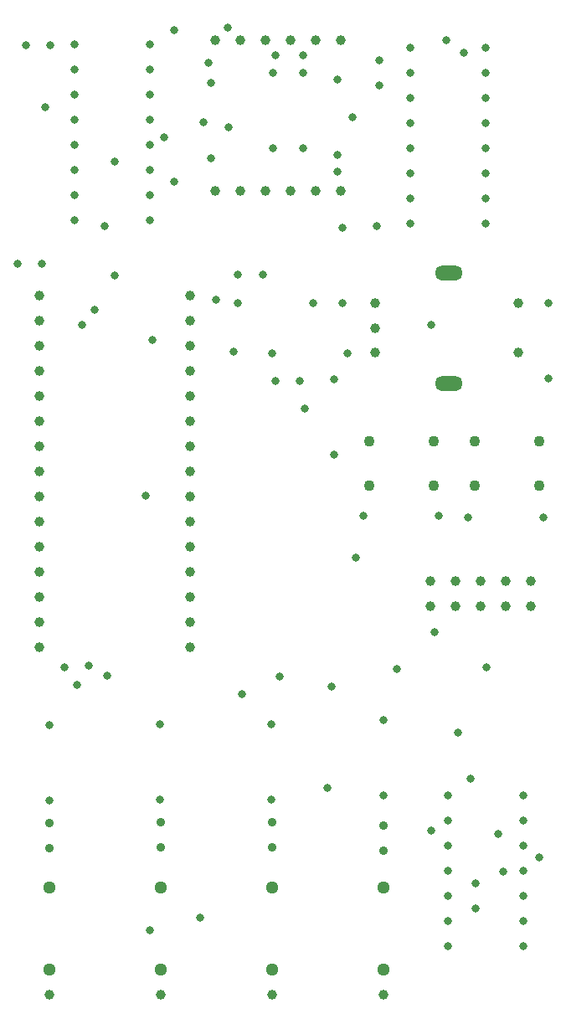
<source format=gbr>
%TF.GenerationSoftware,KiCad,Pcbnew,(6.0.1)*%
%TF.CreationDate,2022-12-13T14:11:31+02:00*%
%TF.ProjectId,ArduinoClockModule,41726475-696e-46f4-936c-6f636b4d6f64,rev?*%
%TF.SameCoordinates,Original*%
%TF.FileFunction,Plated,1,2,PTH,Mixed*%
%TF.FilePolarity,Positive*%
%FSLAX46Y46*%
G04 Gerber Fmt 4.6, Leading zero omitted, Abs format (unit mm)*
G04 Created by KiCad (PCBNEW (6.0.1)) date 2022-12-13 14:11:31*
%MOMM*%
%LPD*%
G01*
G04 APERTURE LIST*
%TA.AperFunction,ViaDrill*%
%ADD10C,0.800000*%
%TD*%
%TA.AperFunction,ComponentDrill*%
%ADD11C,0.800000*%
%TD*%
%TA.AperFunction,ComponentDrill*%
%ADD12C,0.900000*%
%TD*%
%TA.AperFunction,ComponentDrill*%
%ADD13C,1.000000*%
%TD*%
%TA.AperFunction,ComponentDrill*%
%ADD14C,1.100000*%
%TD*%
G04 aperture for slot hole*
%TA.AperFunction,ComponentDrill*%
%ADD15O,1.300000X1.300000*%
%TD*%
G04 aperture for slot hole*
%TA.AperFunction,ComponentDrill*%
%ADD16O,2.800000X1.500000*%
%TD*%
G04 APERTURE END LIST*
D10*
X25500000Y-30000000D03*
X27425500Y-86614000D03*
X28650000Y-88400000D03*
X29212967Y-52005846D03*
X29900000Y-86450000D03*
X30475500Y-50500000D03*
X31500000Y-42000000D03*
X31750000Y-87500000D03*
X32500000Y-35500000D03*
X32500000Y-47000000D03*
X35600000Y-69300000D03*
X36000000Y-113250000D03*
X36300000Y-53500000D03*
X37500000Y-33000000D03*
X38471774Y-22174500D03*
X38500000Y-37500000D03*
X41150000Y-111950000D03*
X41500000Y-31500000D03*
X42000000Y-25500000D03*
X42750000Y-49450000D03*
X43942000Y-21971000D03*
X44000000Y-32000000D03*
X44550000Y-54750000D03*
X45350000Y-89300000D03*
X48750000Y-24750000D03*
X49200000Y-87550000D03*
X51500000Y-24750000D03*
X51700000Y-60450000D03*
X54000000Y-98800000D03*
X54400000Y-88600000D03*
X55000000Y-36500000D03*
X56500000Y-31000000D03*
X56850000Y-75500000D03*
X59000000Y-42000000D03*
X61000000Y-86800000D03*
X64500000Y-52000000D03*
X64500000Y-103100000D03*
X64800000Y-83100000D03*
X66000000Y-23250000D03*
X67200000Y-93200000D03*
X67814856Y-24521619D03*
X68450000Y-97850000D03*
X70100000Y-86600000D03*
X71300000Y-103450000D03*
X71750000Y-107250000D03*
X75450000Y-105850000D03*
D11*
%TO.C,C3*%
X22650000Y-45800000D03*
%TO.C,C4*%
X23500000Y-23750000D03*
%TO.C,C3*%
X25150000Y-45800000D03*
%TO.C,R4*%
X25908000Y-92456000D03*
X25908000Y-100076000D03*
%TO.C,C4*%
X26000000Y-23750000D03*
%TO.C,U4*%
X28380000Y-23637000D03*
X28380000Y-26177000D03*
X28380000Y-28717000D03*
X28380000Y-31257000D03*
X28380000Y-33797000D03*
X28380000Y-36337000D03*
X28380000Y-38877000D03*
X28380000Y-41417000D03*
X36000000Y-23637000D03*
X36000000Y-26177000D03*
X36000000Y-28717000D03*
X36000000Y-31257000D03*
X36000000Y-33797000D03*
X36000000Y-36337000D03*
X36000000Y-38877000D03*
X36000000Y-41417000D03*
%TO.C,R1*%
X37100000Y-92400000D03*
X37100000Y-100020000D03*
%TO.C,R16*%
X42190000Y-27500000D03*
X42190000Y-35120000D03*
%TO.C,R9*%
X44940000Y-49800000D03*
%TO.C,C1*%
X44950000Y-46950000D03*
X47450000Y-46950000D03*
%TO.C,R2*%
X48300000Y-92430000D03*
X48300000Y-100050000D03*
%TO.C,R10*%
X48380000Y-54850000D03*
%TO.C,R15*%
X48500000Y-26500000D03*
X48500000Y-34120000D03*
%TO.C,C2*%
X48700000Y-57700000D03*
X51200000Y-57700000D03*
%TO.C,R14*%
X51500000Y-26500000D03*
X51500000Y-34120000D03*
%TO.C,R9*%
X52560000Y-49800000D03*
%TO.C,R12*%
X54650000Y-57490000D03*
X54650000Y-65110000D03*
%TO.C,R13*%
X55000000Y-27190000D03*
X55000000Y-34810000D03*
%TO.C,R11*%
X55550000Y-42180000D03*
X55550000Y-49800000D03*
%TO.C,R10*%
X56000000Y-54850000D03*
%TO.C,R18*%
X57640000Y-71300000D03*
%TO.C,C5*%
X59250000Y-25250000D03*
X59250000Y-27750000D03*
%TO.C,R3*%
X59650000Y-91948000D03*
X59650000Y-99568000D03*
%TO.C,U5*%
X62380000Y-24000000D03*
X62380000Y-26540000D03*
X62380000Y-29080000D03*
X62380000Y-31620000D03*
X62380000Y-34160000D03*
X62380000Y-36700000D03*
X62380000Y-39240000D03*
X62380000Y-41780000D03*
%TO.C,R18*%
X65260000Y-71300000D03*
%TO.C,U1*%
X66200000Y-99560000D03*
X66200000Y-102100000D03*
X66200000Y-104640000D03*
X66200000Y-107180000D03*
X66200000Y-109720000D03*
X66200000Y-112260000D03*
X66200000Y-114800000D03*
%TO.C,R17*%
X68240000Y-71500000D03*
%TO.C,C6*%
X69000000Y-108500000D03*
X69000000Y-111000000D03*
%TO.C,U5*%
X70000000Y-24000000D03*
X70000000Y-26540000D03*
X70000000Y-29080000D03*
X70000000Y-31620000D03*
X70000000Y-34160000D03*
X70000000Y-36700000D03*
X70000000Y-39240000D03*
X70000000Y-41780000D03*
%TO.C,U1*%
X73820000Y-99560000D03*
X73820000Y-102100000D03*
X73820000Y-104640000D03*
X73820000Y-107180000D03*
X73820000Y-109720000D03*
X73820000Y-112260000D03*
X73820000Y-114800000D03*
%TO.C,R17*%
X75860000Y-71500000D03*
%TO.C,R19*%
X76350000Y-49790000D03*
X76350000Y-57410000D03*
D12*
%TO.C,D4*%
X25908000Y-102367000D03*
X25908000Y-104907000D03*
%TO.C,D1*%
X37150000Y-102310000D03*
X37150000Y-104850000D03*
%TO.C,D2*%
X48400000Y-102310000D03*
X48400000Y-104850000D03*
%TO.C,D3*%
X59650000Y-102610000D03*
X59650000Y-105150000D03*
D13*
%TO.C,A1*%
X24882000Y-49022000D03*
X24882000Y-51562000D03*
X24882000Y-54102000D03*
X24882000Y-56642000D03*
X24882000Y-59182000D03*
X24882000Y-61722000D03*
X24882000Y-64262000D03*
X24882000Y-66802000D03*
X24882000Y-69342000D03*
X24882000Y-71882000D03*
X24882000Y-74422000D03*
X24882000Y-76962000D03*
X24882000Y-79502000D03*
X24882000Y-82042000D03*
X24882000Y-84582000D03*
%TO.C,J2*%
X25908000Y-119732000D03*
%TO.C,J4*%
X37150000Y-119732000D03*
%TO.C,A1*%
X40122000Y-49022000D03*
X40122000Y-51562000D03*
X40122000Y-54102000D03*
X40122000Y-56642000D03*
X40122000Y-59182000D03*
X40122000Y-61722000D03*
X40122000Y-64262000D03*
X40122000Y-66802000D03*
X40122000Y-69342000D03*
X40122000Y-71882000D03*
X40122000Y-74422000D03*
X40122000Y-76962000D03*
X40122000Y-79502000D03*
X40122000Y-82042000D03*
X40122000Y-84582000D03*
%TO.C,U6*%
X42650000Y-23237500D03*
X42650000Y-38477500D03*
X45190000Y-23237500D03*
X45190000Y-38477500D03*
X47730000Y-23237500D03*
X47730000Y-38477500D03*
%TO.C,J1*%
X48400000Y-119732000D03*
%TO.C,U6*%
X50270000Y-23237500D03*
X50270000Y-38477500D03*
X52810000Y-23237500D03*
X52810000Y-38477500D03*
X55350000Y-23237500D03*
X55350000Y-38477500D03*
%TO.C,SW3*%
X58790000Y-49824000D03*
X58790000Y-52324000D03*
X58790000Y-54824000D03*
%TO.C,J3*%
X59650000Y-119732000D03*
%TO.C,J5*%
X64400000Y-77875000D03*
X64400000Y-80415000D03*
X66940000Y-77875000D03*
X66940000Y-80415000D03*
X69480000Y-77875000D03*
X69480000Y-80415000D03*
X72020000Y-77875000D03*
X72020000Y-80415000D03*
%TO.C,SW3*%
X73290000Y-49824000D03*
X73290000Y-54824000D03*
%TO.C,J5*%
X74560000Y-77875000D03*
X74560000Y-80415000D03*
D14*
%TO.C,SW2*%
X58218000Y-63790000D03*
X58218000Y-68290000D03*
X64718000Y-63790000D03*
X64718000Y-68290000D03*
%TO.C,SW1*%
X68886000Y-63790000D03*
X68886000Y-68290000D03*
X75386000Y-63790000D03*
X75386000Y-68290000D03*
D15*
%TO.C,J2*%
X25908000Y-108872000D03*
X25908000Y-117172000D03*
%TO.C,J4*%
X37150000Y-108872000D03*
X37150000Y-117172000D03*
%TO.C,J1*%
X48400000Y-108872000D03*
X48400000Y-117172000D03*
%TO.C,J3*%
X59650000Y-108872000D03*
X59650000Y-117172000D03*
D16*
%TO.C,SW3*%
X66290000Y-46724000D03*
X66290000Y-57924000D03*
M02*

</source>
